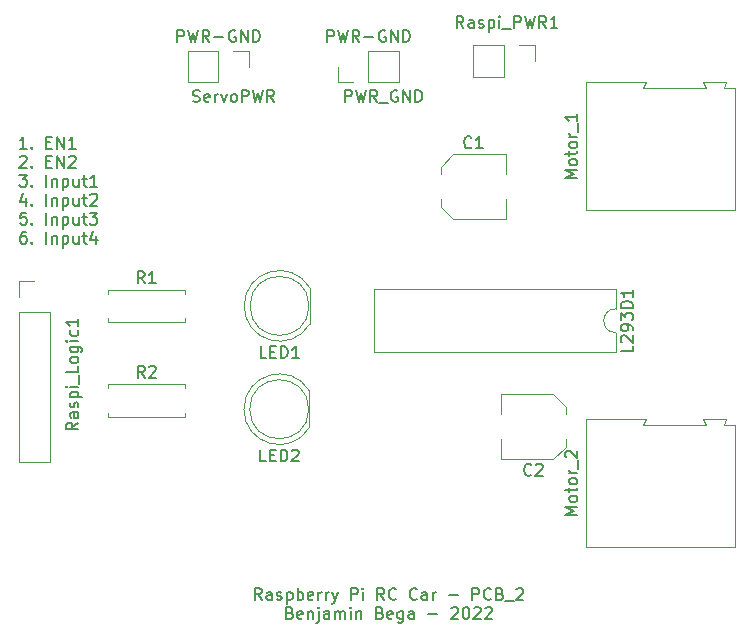
<source format=gbr>
%TF.GenerationSoftware,KiCad,Pcbnew,(6.0.4)*%
%TF.CreationDate,2022-10-15T21:28:15-07:00*%
%TF.ProjectId,RaspiCar_PCB1,52617370-6943-4617-925f-504342312e6b,rev?*%
%TF.SameCoordinates,Original*%
%TF.FileFunction,Legend,Top*%
%TF.FilePolarity,Positive*%
%FSLAX46Y46*%
G04 Gerber Fmt 4.6, Leading zero omitted, Abs format (unit mm)*
G04 Created by KiCad (PCBNEW (6.0.4)) date 2022-10-15 21:28:15*
%MOMM*%
%LPD*%
G01*
G04 APERTURE LIST*
%ADD10C,0.150000*%
%ADD11C,0.120000*%
G04 APERTURE END LIST*
D10*
X173055595Y-76652380D02*
X173055595Y-75652380D01*
X173436547Y-75652380D01*
X173531785Y-75700000D01*
X173579404Y-75747619D01*
X173627023Y-75842857D01*
X173627023Y-75985714D01*
X173579404Y-76080952D01*
X173531785Y-76128571D01*
X173436547Y-76176190D01*
X173055595Y-76176190D01*
X173960357Y-75652380D02*
X174198452Y-76652380D01*
X174388928Y-75938095D01*
X174579404Y-76652380D01*
X174817500Y-75652380D01*
X175769880Y-76652380D02*
X175436547Y-76176190D01*
X175198452Y-76652380D02*
X175198452Y-75652380D01*
X175579404Y-75652380D01*
X175674642Y-75700000D01*
X175722261Y-75747619D01*
X175769880Y-75842857D01*
X175769880Y-75985714D01*
X175722261Y-76080952D01*
X175674642Y-76128571D01*
X175579404Y-76176190D01*
X175198452Y-76176190D01*
X176198452Y-76271428D02*
X176960357Y-76271428D01*
X177960357Y-75700000D02*
X177865119Y-75652380D01*
X177722261Y-75652380D01*
X177579404Y-75700000D01*
X177484166Y-75795238D01*
X177436547Y-75890476D01*
X177388928Y-76080952D01*
X177388928Y-76223809D01*
X177436547Y-76414285D01*
X177484166Y-76509523D01*
X177579404Y-76604761D01*
X177722261Y-76652380D01*
X177817500Y-76652380D01*
X177960357Y-76604761D01*
X178007976Y-76557142D01*
X178007976Y-76223809D01*
X177817500Y-76223809D01*
X178436547Y-76652380D02*
X178436547Y-75652380D01*
X179007976Y-76652380D01*
X179007976Y-75652380D01*
X179484166Y-76652380D02*
X179484166Y-75652380D01*
X179722261Y-75652380D01*
X179865119Y-75700000D01*
X179960357Y-75795238D01*
X180007976Y-75890476D01*
X180055595Y-76080952D01*
X180055595Y-76223809D01*
X180007976Y-76414285D01*
X179960357Y-76509523D01*
X179865119Y-76604761D01*
X179722261Y-76652380D01*
X179484166Y-76652380D01*
X147609404Y-85677380D02*
X147037976Y-85677380D01*
X147323690Y-85677380D02*
X147323690Y-84677380D01*
X147228452Y-84820238D01*
X147133214Y-84915476D01*
X147037976Y-84963095D01*
X148037976Y-85582142D02*
X148085595Y-85629761D01*
X148037976Y-85677380D01*
X147990357Y-85629761D01*
X148037976Y-85582142D01*
X148037976Y-85677380D01*
X149276071Y-85153571D02*
X149609404Y-85153571D01*
X149752261Y-85677380D02*
X149276071Y-85677380D01*
X149276071Y-84677380D01*
X149752261Y-84677380D01*
X150180833Y-85677380D02*
X150180833Y-84677380D01*
X150752261Y-85677380D01*
X150752261Y-84677380D01*
X151752261Y-85677380D02*
X151180833Y-85677380D01*
X151466547Y-85677380D02*
X151466547Y-84677380D01*
X151371309Y-84820238D01*
X151276071Y-84915476D01*
X151180833Y-84963095D01*
X147037976Y-86382619D02*
X147085595Y-86335000D01*
X147180833Y-86287380D01*
X147418928Y-86287380D01*
X147514166Y-86335000D01*
X147561785Y-86382619D01*
X147609404Y-86477857D01*
X147609404Y-86573095D01*
X147561785Y-86715952D01*
X146990357Y-87287380D01*
X147609404Y-87287380D01*
X148037976Y-87192142D02*
X148085595Y-87239761D01*
X148037976Y-87287380D01*
X147990357Y-87239761D01*
X148037976Y-87192142D01*
X148037976Y-87287380D01*
X149276071Y-86763571D02*
X149609404Y-86763571D01*
X149752261Y-87287380D02*
X149276071Y-87287380D01*
X149276071Y-86287380D01*
X149752261Y-86287380D01*
X150180833Y-87287380D02*
X150180833Y-86287380D01*
X150752261Y-87287380D01*
X150752261Y-86287380D01*
X151180833Y-86382619D02*
X151228452Y-86335000D01*
X151323690Y-86287380D01*
X151561785Y-86287380D01*
X151657023Y-86335000D01*
X151704642Y-86382619D01*
X151752261Y-86477857D01*
X151752261Y-86573095D01*
X151704642Y-86715952D01*
X151133214Y-87287380D01*
X151752261Y-87287380D01*
X146990357Y-87897380D02*
X147609404Y-87897380D01*
X147276071Y-88278333D01*
X147418928Y-88278333D01*
X147514166Y-88325952D01*
X147561785Y-88373571D01*
X147609404Y-88468809D01*
X147609404Y-88706904D01*
X147561785Y-88802142D01*
X147514166Y-88849761D01*
X147418928Y-88897380D01*
X147133214Y-88897380D01*
X147037976Y-88849761D01*
X146990357Y-88802142D01*
X148037976Y-88802142D02*
X148085595Y-88849761D01*
X148037976Y-88897380D01*
X147990357Y-88849761D01*
X148037976Y-88802142D01*
X148037976Y-88897380D01*
X149276071Y-88897380D02*
X149276071Y-87897380D01*
X149752261Y-88230714D02*
X149752261Y-88897380D01*
X149752261Y-88325952D02*
X149799880Y-88278333D01*
X149895119Y-88230714D01*
X150037976Y-88230714D01*
X150133214Y-88278333D01*
X150180833Y-88373571D01*
X150180833Y-88897380D01*
X150657023Y-88230714D02*
X150657023Y-89230714D01*
X150657023Y-88278333D02*
X150752261Y-88230714D01*
X150942738Y-88230714D01*
X151037976Y-88278333D01*
X151085595Y-88325952D01*
X151133214Y-88421190D01*
X151133214Y-88706904D01*
X151085595Y-88802142D01*
X151037976Y-88849761D01*
X150942738Y-88897380D01*
X150752261Y-88897380D01*
X150657023Y-88849761D01*
X151990357Y-88230714D02*
X151990357Y-88897380D01*
X151561785Y-88230714D02*
X151561785Y-88754523D01*
X151609404Y-88849761D01*
X151704642Y-88897380D01*
X151847500Y-88897380D01*
X151942738Y-88849761D01*
X151990357Y-88802142D01*
X152323690Y-88230714D02*
X152704642Y-88230714D01*
X152466547Y-87897380D02*
X152466547Y-88754523D01*
X152514166Y-88849761D01*
X152609404Y-88897380D01*
X152704642Y-88897380D01*
X153561785Y-88897380D02*
X152990357Y-88897380D01*
X153276071Y-88897380D02*
X153276071Y-87897380D01*
X153180833Y-88040238D01*
X153085595Y-88135476D01*
X152990357Y-88183095D01*
X147514166Y-89840714D02*
X147514166Y-90507380D01*
X147276071Y-89459761D02*
X147037976Y-90174047D01*
X147657023Y-90174047D01*
X148037976Y-90412142D02*
X148085595Y-90459761D01*
X148037976Y-90507380D01*
X147990357Y-90459761D01*
X148037976Y-90412142D01*
X148037976Y-90507380D01*
X149276071Y-90507380D02*
X149276071Y-89507380D01*
X149752261Y-89840714D02*
X149752261Y-90507380D01*
X149752261Y-89935952D02*
X149799880Y-89888333D01*
X149895119Y-89840714D01*
X150037976Y-89840714D01*
X150133214Y-89888333D01*
X150180833Y-89983571D01*
X150180833Y-90507380D01*
X150657023Y-89840714D02*
X150657023Y-90840714D01*
X150657023Y-89888333D02*
X150752261Y-89840714D01*
X150942738Y-89840714D01*
X151037976Y-89888333D01*
X151085595Y-89935952D01*
X151133214Y-90031190D01*
X151133214Y-90316904D01*
X151085595Y-90412142D01*
X151037976Y-90459761D01*
X150942738Y-90507380D01*
X150752261Y-90507380D01*
X150657023Y-90459761D01*
X151990357Y-89840714D02*
X151990357Y-90507380D01*
X151561785Y-89840714D02*
X151561785Y-90364523D01*
X151609404Y-90459761D01*
X151704642Y-90507380D01*
X151847500Y-90507380D01*
X151942738Y-90459761D01*
X151990357Y-90412142D01*
X152323690Y-89840714D02*
X152704642Y-89840714D01*
X152466547Y-89507380D02*
X152466547Y-90364523D01*
X152514166Y-90459761D01*
X152609404Y-90507380D01*
X152704642Y-90507380D01*
X152990357Y-89602619D02*
X153037976Y-89555000D01*
X153133214Y-89507380D01*
X153371309Y-89507380D01*
X153466547Y-89555000D01*
X153514166Y-89602619D01*
X153561785Y-89697857D01*
X153561785Y-89793095D01*
X153514166Y-89935952D01*
X152942738Y-90507380D01*
X153561785Y-90507380D01*
X147561785Y-91117380D02*
X147085595Y-91117380D01*
X147037976Y-91593571D01*
X147085595Y-91545952D01*
X147180833Y-91498333D01*
X147418928Y-91498333D01*
X147514166Y-91545952D01*
X147561785Y-91593571D01*
X147609404Y-91688809D01*
X147609404Y-91926904D01*
X147561785Y-92022142D01*
X147514166Y-92069761D01*
X147418928Y-92117380D01*
X147180833Y-92117380D01*
X147085595Y-92069761D01*
X147037976Y-92022142D01*
X148037976Y-92022142D02*
X148085595Y-92069761D01*
X148037976Y-92117380D01*
X147990357Y-92069761D01*
X148037976Y-92022142D01*
X148037976Y-92117380D01*
X149276071Y-92117380D02*
X149276071Y-91117380D01*
X149752261Y-91450714D02*
X149752261Y-92117380D01*
X149752261Y-91545952D02*
X149799880Y-91498333D01*
X149895119Y-91450714D01*
X150037976Y-91450714D01*
X150133214Y-91498333D01*
X150180833Y-91593571D01*
X150180833Y-92117380D01*
X150657023Y-91450714D02*
X150657023Y-92450714D01*
X150657023Y-91498333D02*
X150752261Y-91450714D01*
X150942738Y-91450714D01*
X151037976Y-91498333D01*
X151085595Y-91545952D01*
X151133214Y-91641190D01*
X151133214Y-91926904D01*
X151085595Y-92022142D01*
X151037976Y-92069761D01*
X150942738Y-92117380D01*
X150752261Y-92117380D01*
X150657023Y-92069761D01*
X151990357Y-91450714D02*
X151990357Y-92117380D01*
X151561785Y-91450714D02*
X151561785Y-91974523D01*
X151609404Y-92069761D01*
X151704642Y-92117380D01*
X151847500Y-92117380D01*
X151942738Y-92069761D01*
X151990357Y-92022142D01*
X152323690Y-91450714D02*
X152704642Y-91450714D01*
X152466547Y-91117380D02*
X152466547Y-91974523D01*
X152514166Y-92069761D01*
X152609404Y-92117380D01*
X152704642Y-92117380D01*
X152942738Y-91117380D02*
X153561785Y-91117380D01*
X153228452Y-91498333D01*
X153371309Y-91498333D01*
X153466547Y-91545952D01*
X153514166Y-91593571D01*
X153561785Y-91688809D01*
X153561785Y-91926904D01*
X153514166Y-92022142D01*
X153466547Y-92069761D01*
X153371309Y-92117380D01*
X153085595Y-92117380D01*
X152990357Y-92069761D01*
X152942738Y-92022142D01*
X147514166Y-92727380D02*
X147323690Y-92727380D01*
X147228452Y-92775000D01*
X147180833Y-92822619D01*
X147085595Y-92965476D01*
X147037976Y-93155952D01*
X147037976Y-93536904D01*
X147085595Y-93632142D01*
X147133214Y-93679761D01*
X147228452Y-93727380D01*
X147418928Y-93727380D01*
X147514166Y-93679761D01*
X147561785Y-93632142D01*
X147609404Y-93536904D01*
X147609404Y-93298809D01*
X147561785Y-93203571D01*
X147514166Y-93155952D01*
X147418928Y-93108333D01*
X147228452Y-93108333D01*
X147133214Y-93155952D01*
X147085595Y-93203571D01*
X147037976Y-93298809D01*
X148037976Y-93632142D02*
X148085595Y-93679761D01*
X148037976Y-93727380D01*
X147990357Y-93679761D01*
X148037976Y-93632142D01*
X148037976Y-93727380D01*
X149276071Y-93727380D02*
X149276071Y-92727380D01*
X149752261Y-93060714D02*
X149752261Y-93727380D01*
X149752261Y-93155952D02*
X149799880Y-93108333D01*
X149895119Y-93060714D01*
X150037976Y-93060714D01*
X150133214Y-93108333D01*
X150180833Y-93203571D01*
X150180833Y-93727380D01*
X150657023Y-93060714D02*
X150657023Y-94060714D01*
X150657023Y-93108333D02*
X150752261Y-93060714D01*
X150942738Y-93060714D01*
X151037976Y-93108333D01*
X151085595Y-93155952D01*
X151133214Y-93251190D01*
X151133214Y-93536904D01*
X151085595Y-93632142D01*
X151037976Y-93679761D01*
X150942738Y-93727380D01*
X150752261Y-93727380D01*
X150657023Y-93679761D01*
X151990357Y-93060714D02*
X151990357Y-93727380D01*
X151561785Y-93060714D02*
X151561785Y-93584523D01*
X151609404Y-93679761D01*
X151704642Y-93727380D01*
X151847500Y-93727380D01*
X151942738Y-93679761D01*
X151990357Y-93632142D01*
X152323690Y-93060714D02*
X152704642Y-93060714D01*
X152466547Y-92727380D02*
X152466547Y-93584523D01*
X152514166Y-93679761D01*
X152609404Y-93727380D01*
X152704642Y-93727380D01*
X153466547Y-93060714D02*
X153466547Y-93727380D01*
X153228452Y-92679761D02*
X152990357Y-93394047D01*
X153609404Y-93394047D01*
X160355595Y-76652380D02*
X160355595Y-75652380D01*
X160736547Y-75652380D01*
X160831785Y-75700000D01*
X160879404Y-75747619D01*
X160927023Y-75842857D01*
X160927023Y-75985714D01*
X160879404Y-76080952D01*
X160831785Y-76128571D01*
X160736547Y-76176190D01*
X160355595Y-76176190D01*
X161260357Y-75652380D02*
X161498452Y-76652380D01*
X161688928Y-75938095D01*
X161879404Y-76652380D01*
X162117500Y-75652380D01*
X163069880Y-76652380D02*
X162736547Y-76176190D01*
X162498452Y-76652380D02*
X162498452Y-75652380D01*
X162879404Y-75652380D01*
X162974642Y-75700000D01*
X163022261Y-75747619D01*
X163069880Y-75842857D01*
X163069880Y-75985714D01*
X163022261Y-76080952D01*
X162974642Y-76128571D01*
X162879404Y-76176190D01*
X162498452Y-76176190D01*
X163498452Y-76271428D02*
X164260357Y-76271428D01*
X165260357Y-75700000D02*
X165165119Y-75652380D01*
X165022261Y-75652380D01*
X164879404Y-75700000D01*
X164784166Y-75795238D01*
X164736547Y-75890476D01*
X164688928Y-76080952D01*
X164688928Y-76223809D01*
X164736547Y-76414285D01*
X164784166Y-76509523D01*
X164879404Y-76604761D01*
X165022261Y-76652380D01*
X165117500Y-76652380D01*
X165260357Y-76604761D01*
X165307976Y-76557142D01*
X165307976Y-76223809D01*
X165117500Y-76223809D01*
X165736547Y-76652380D02*
X165736547Y-75652380D01*
X166307976Y-76652380D01*
X166307976Y-75652380D01*
X166784166Y-76652380D02*
X166784166Y-75652380D01*
X167022261Y-75652380D01*
X167165119Y-75700000D01*
X167260357Y-75795238D01*
X167307976Y-75890476D01*
X167355595Y-76080952D01*
X167355595Y-76223809D01*
X167307976Y-76414285D01*
X167260357Y-76509523D01*
X167165119Y-76604761D01*
X167022261Y-76652380D01*
X166784166Y-76652380D01*
X167488095Y-123897380D02*
X167154761Y-123421190D01*
X166916666Y-123897380D02*
X166916666Y-122897380D01*
X167297619Y-122897380D01*
X167392857Y-122945000D01*
X167440476Y-122992619D01*
X167488095Y-123087857D01*
X167488095Y-123230714D01*
X167440476Y-123325952D01*
X167392857Y-123373571D01*
X167297619Y-123421190D01*
X166916666Y-123421190D01*
X168345238Y-123897380D02*
X168345238Y-123373571D01*
X168297619Y-123278333D01*
X168202380Y-123230714D01*
X168011904Y-123230714D01*
X167916666Y-123278333D01*
X168345238Y-123849761D02*
X168250000Y-123897380D01*
X168011904Y-123897380D01*
X167916666Y-123849761D01*
X167869047Y-123754523D01*
X167869047Y-123659285D01*
X167916666Y-123564047D01*
X168011904Y-123516428D01*
X168250000Y-123516428D01*
X168345238Y-123468809D01*
X168773809Y-123849761D02*
X168869047Y-123897380D01*
X169059523Y-123897380D01*
X169154761Y-123849761D01*
X169202380Y-123754523D01*
X169202380Y-123706904D01*
X169154761Y-123611666D01*
X169059523Y-123564047D01*
X168916666Y-123564047D01*
X168821428Y-123516428D01*
X168773809Y-123421190D01*
X168773809Y-123373571D01*
X168821428Y-123278333D01*
X168916666Y-123230714D01*
X169059523Y-123230714D01*
X169154761Y-123278333D01*
X169630952Y-123230714D02*
X169630952Y-124230714D01*
X169630952Y-123278333D02*
X169726190Y-123230714D01*
X169916666Y-123230714D01*
X170011904Y-123278333D01*
X170059523Y-123325952D01*
X170107142Y-123421190D01*
X170107142Y-123706904D01*
X170059523Y-123802142D01*
X170011904Y-123849761D01*
X169916666Y-123897380D01*
X169726190Y-123897380D01*
X169630952Y-123849761D01*
X170535714Y-123897380D02*
X170535714Y-122897380D01*
X170535714Y-123278333D02*
X170630952Y-123230714D01*
X170821428Y-123230714D01*
X170916666Y-123278333D01*
X170964285Y-123325952D01*
X171011904Y-123421190D01*
X171011904Y-123706904D01*
X170964285Y-123802142D01*
X170916666Y-123849761D01*
X170821428Y-123897380D01*
X170630952Y-123897380D01*
X170535714Y-123849761D01*
X171821428Y-123849761D02*
X171726190Y-123897380D01*
X171535714Y-123897380D01*
X171440476Y-123849761D01*
X171392857Y-123754523D01*
X171392857Y-123373571D01*
X171440476Y-123278333D01*
X171535714Y-123230714D01*
X171726190Y-123230714D01*
X171821428Y-123278333D01*
X171869047Y-123373571D01*
X171869047Y-123468809D01*
X171392857Y-123564047D01*
X172297619Y-123897380D02*
X172297619Y-123230714D01*
X172297619Y-123421190D02*
X172345238Y-123325952D01*
X172392857Y-123278333D01*
X172488095Y-123230714D01*
X172583333Y-123230714D01*
X172916666Y-123897380D02*
X172916666Y-123230714D01*
X172916666Y-123421190D02*
X172964285Y-123325952D01*
X173011904Y-123278333D01*
X173107142Y-123230714D01*
X173202380Y-123230714D01*
X173440476Y-123230714D02*
X173678571Y-123897380D01*
X173916666Y-123230714D02*
X173678571Y-123897380D01*
X173583333Y-124135476D01*
X173535714Y-124183095D01*
X173440476Y-124230714D01*
X175059523Y-123897380D02*
X175059523Y-122897380D01*
X175440476Y-122897380D01*
X175535714Y-122945000D01*
X175583333Y-122992619D01*
X175630952Y-123087857D01*
X175630952Y-123230714D01*
X175583333Y-123325952D01*
X175535714Y-123373571D01*
X175440476Y-123421190D01*
X175059523Y-123421190D01*
X176059523Y-123897380D02*
X176059523Y-123230714D01*
X176059523Y-122897380D02*
X176011904Y-122945000D01*
X176059523Y-122992619D01*
X176107142Y-122945000D01*
X176059523Y-122897380D01*
X176059523Y-122992619D01*
X177869047Y-123897380D02*
X177535714Y-123421190D01*
X177297619Y-123897380D02*
X177297619Y-122897380D01*
X177678571Y-122897380D01*
X177773809Y-122945000D01*
X177821428Y-122992619D01*
X177869047Y-123087857D01*
X177869047Y-123230714D01*
X177821428Y-123325952D01*
X177773809Y-123373571D01*
X177678571Y-123421190D01*
X177297619Y-123421190D01*
X178869047Y-123802142D02*
X178821428Y-123849761D01*
X178678571Y-123897380D01*
X178583333Y-123897380D01*
X178440476Y-123849761D01*
X178345238Y-123754523D01*
X178297619Y-123659285D01*
X178250000Y-123468809D01*
X178250000Y-123325952D01*
X178297619Y-123135476D01*
X178345238Y-123040238D01*
X178440476Y-122945000D01*
X178583333Y-122897380D01*
X178678571Y-122897380D01*
X178821428Y-122945000D01*
X178869047Y-122992619D01*
X180630952Y-123802142D02*
X180583333Y-123849761D01*
X180440476Y-123897380D01*
X180345238Y-123897380D01*
X180202380Y-123849761D01*
X180107142Y-123754523D01*
X180059523Y-123659285D01*
X180011904Y-123468809D01*
X180011904Y-123325952D01*
X180059523Y-123135476D01*
X180107142Y-123040238D01*
X180202380Y-122945000D01*
X180345238Y-122897380D01*
X180440476Y-122897380D01*
X180583333Y-122945000D01*
X180630952Y-122992619D01*
X181488095Y-123897380D02*
X181488095Y-123373571D01*
X181440476Y-123278333D01*
X181345238Y-123230714D01*
X181154761Y-123230714D01*
X181059523Y-123278333D01*
X181488095Y-123849761D02*
X181392857Y-123897380D01*
X181154761Y-123897380D01*
X181059523Y-123849761D01*
X181011904Y-123754523D01*
X181011904Y-123659285D01*
X181059523Y-123564047D01*
X181154761Y-123516428D01*
X181392857Y-123516428D01*
X181488095Y-123468809D01*
X181964285Y-123897380D02*
X181964285Y-123230714D01*
X181964285Y-123421190D02*
X182011904Y-123325952D01*
X182059523Y-123278333D01*
X182154761Y-123230714D01*
X182250000Y-123230714D01*
X183345238Y-123516428D02*
X184107142Y-123516428D01*
X185345238Y-123897380D02*
X185345238Y-122897380D01*
X185726190Y-122897380D01*
X185821428Y-122945000D01*
X185869047Y-122992619D01*
X185916666Y-123087857D01*
X185916666Y-123230714D01*
X185869047Y-123325952D01*
X185821428Y-123373571D01*
X185726190Y-123421190D01*
X185345238Y-123421190D01*
X186916666Y-123802142D02*
X186869047Y-123849761D01*
X186726190Y-123897380D01*
X186630952Y-123897380D01*
X186488095Y-123849761D01*
X186392857Y-123754523D01*
X186345238Y-123659285D01*
X186297619Y-123468809D01*
X186297619Y-123325952D01*
X186345238Y-123135476D01*
X186392857Y-123040238D01*
X186488095Y-122945000D01*
X186630952Y-122897380D01*
X186726190Y-122897380D01*
X186869047Y-122945000D01*
X186916666Y-122992619D01*
X187678571Y-123373571D02*
X187821428Y-123421190D01*
X187869047Y-123468809D01*
X187916666Y-123564047D01*
X187916666Y-123706904D01*
X187869047Y-123802142D01*
X187821428Y-123849761D01*
X187726190Y-123897380D01*
X187345238Y-123897380D01*
X187345238Y-122897380D01*
X187678571Y-122897380D01*
X187773809Y-122945000D01*
X187821428Y-122992619D01*
X187869047Y-123087857D01*
X187869047Y-123183095D01*
X187821428Y-123278333D01*
X187773809Y-123325952D01*
X187678571Y-123373571D01*
X187345238Y-123373571D01*
X188107142Y-123992619D02*
X188869047Y-123992619D01*
X189059523Y-122992619D02*
X189107142Y-122945000D01*
X189202380Y-122897380D01*
X189440476Y-122897380D01*
X189535714Y-122945000D01*
X189583333Y-122992619D01*
X189630952Y-123087857D01*
X189630952Y-123183095D01*
X189583333Y-123325952D01*
X189011904Y-123897380D01*
X189630952Y-123897380D01*
X169892857Y-124983571D02*
X170035714Y-125031190D01*
X170083333Y-125078809D01*
X170130952Y-125174047D01*
X170130952Y-125316904D01*
X170083333Y-125412142D01*
X170035714Y-125459761D01*
X169940476Y-125507380D01*
X169559523Y-125507380D01*
X169559523Y-124507380D01*
X169892857Y-124507380D01*
X169988095Y-124555000D01*
X170035714Y-124602619D01*
X170083333Y-124697857D01*
X170083333Y-124793095D01*
X170035714Y-124888333D01*
X169988095Y-124935952D01*
X169892857Y-124983571D01*
X169559523Y-124983571D01*
X170940476Y-125459761D02*
X170845238Y-125507380D01*
X170654761Y-125507380D01*
X170559523Y-125459761D01*
X170511904Y-125364523D01*
X170511904Y-124983571D01*
X170559523Y-124888333D01*
X170654761Y-124840714D01*
X170845238Y-124840714D01*
X170940476Y-124888333D01*
X170988095Y-124983571D01*
X170988095Y-125078809D01*
X170511904Y-125174047D01*
X171416666Y-124840714D02*
X171416666Y-125507380D01*
X171416666Y-124935952D02*
X171464285Y-124888333D01*
X171559523Y-124840714D01*
X171702380Y-124840714D01*
X171797619Y-124888333D01*
X171845238Y-124983571D01*
X171845238Y-125507380D01*
X172321428Y-124840714D02*
X172321428Y-125697857D01*
X172273809Y-125793095D01*
X172178571Y-125840714D01*
X172130952Y-125840714D01*
X172321428Y-124507380D02*
X172273809Y-124555000D01*
X172321428Y-124602619D01*
X172369047Y-124555000D01*
X172321428Y-124507380D01*
X172321428Y-124602619D01*
X173226190Y-125507380D02*
X173226190Y-124983571D01*
X173178571Y-124888333D01*
X173083333Y-124840714D01*
X172892857Y-124840714D01*
X172797619Y-124888333D01*
X173226190Y-125459761D02*
X173130952Y-125507380D01*
X172892857Y-125507380D01*
X172797619Y-125459761D01*
X172750000Y-125364523D01*
X172750000Y-125269285D01*
X172797619Y-125174047D01*
X172892857Y-125126428D01*
X173130952Y-125126428D01*
X173226190Y-125078809D01*
X173702380Y-125507380D02*
X173702380Y-124840714D01*
X173702380Y-124935952D02*
X173750000Y-124888333D01*
X173845238Y-124840714D01*
X173988095Y-124840714D01*
X174083333Y-124888333D01*
X174130952Y-124983571D01*
X174130952Y-125507380D01*
X174130952Y-124983571D02*
X174178571Y-124888333D01*
X174273809Y-124840714D01*
X174416666Y-124840714D01*
X174511904Y-124888333D01*
X174559523Y-124983571D01*
X174559523Y-125507380D01*
X175035714Y-125507380D02*
X175035714Y-124840714D01*
X175035714Y-124507380D02*
X174988095Y-124555000D01*
X175035714Y-124602619D01*
X175083333Y-124555000D01*
X175035714Y-124507380D01*
X175035714Y-124602619D01*
X175511904Y-124840714D02*
X175511904Y-125507380D01*
X175511904Y-124935952D02*
X175559523Y-124888333D01*
X175654761Y-124840714D01*
X175797619Y-124840714D01*
X175892857Y-124888333D01*
X175940476Y-124983571D01*
X175940476Y-125507380D01*
X177511904Y-124983571D02*
X177654761Y-125031190D01*
X177702380Y-125078809D01*
X177750000Y-125174047D01*
X177750000Y-125316904D01*
X177702380Y-125412142D01*
X177654761Y-125459761D01*
X177559523Y-125507380D01*
X177178571Y-125507380D01*
X177178571Y-124507380D01*
X177511904Y-124507380D01*
X177607142Y-124555000D01*
X177654761Y-124602619D01*
X177702380Y-124697857D01*
X177702380Y-124793095D01*
X177654761Y-124888333D01*
X177607142Y-124935952D01*
X177511904Y-124983571D01*
X177178571Y-124983571D01*
X178559523Y-125459761D02*
X178464285Y-125507380D01*
X178273809Y-125507380D01*
X178178571Y-125459761D01*
X178130952Y-125364523D01*
X178130952Y-124983571D01*
X178178571Y-124888333D01*
X178273809Y-124840714D01*
X178464285Y-124840714D01*
X178559523Y-124888333D01*
X178607142Y-124983571D01*
X178607142Y-125078809D01*
X178130952Y-125174047D01*
X179464285Y-124840714D02*
X179464285Y-125650238D01*
X179416666Y-125745476D01*
X179369047Y-125793095D01*
X179273809Y-125840714D01*
X179130952Y-125840714D01*
X179035714Y-125793095D01*
X179464285Y-125459761D02*
X179369047Y-125507380D01*
X179178571Y-125507380D01*
X179083333Y-125459761D01*
X179035714Y-125412142D01*
X178988095Y-125316904D01*
X178988095Y-125031190D01*
X179035714Y-124935952D01*
X179083333Y-124888333D01*
X179178571Y-124840714D01*
X179369047Y-124840714D01*
X179464285Y-124888333D01*
X180369047Y-125507380D02*
X180369047Y-124983571D01*
X180321428Y-124888333D01*
X180226190Y-124840714D01*
X180035714Y-124840714D01*
X179940476Y-124888333D01*
X180369047Y-125459761D02*
X180273809Y-125507380D01*
X180035714Y-125507380D01*
X179940476Y-125459761D01*
X179892857Y-125364523D01*
X179892857Y-125269285D01*
X179940476Y-125174047D01*
X180035714Y-125126428D01*
X180273809Y-125126428D01*
X180369047Y-125078809D01*
X181607142Y-125126428D02*
X182369047Y-125126428D01*
X183559523Y-124602619D02*
X183607142Y-124555000D01*
X183702380Y-124507380D01*
X183940476Y-124507380D01*
X184035714Y-124555000D01*
X184083333Y-124602619D01*
X184130952Y-124697857D01*
X184130952Y-124793095D01*
X184083333Y-124935952D01*
X183511904Y-125507380D01*
X184130952Y-125507380D01*
X184750000Y-124507380D02*
X184845238Y-124507380D01*
X184940476Y-124555000D01*
X184988095Y-124602619D01*
X185035714Y-124697857D01*
X185083333Y-124888333D01*
X185083333Y-125126428D01*
X185035714Y-125316904D01*
X184988095Y-125412142D01*
X184940476Y-125459761D01*
X184845238Y-125507380D01*
X184750000Y-125507380D01*
X184654761Y-125459761D01*
X184607142Y-125412142D01*
X184559523Y-125316904D01*
X184511904Y-125126428D01*
X184511904Y-124888333D01*
X184559523Y-124697857D01*
X184607142Y-124602619D01*
X184654761Y-124555000D01*
X184750000Y-124507380D01*
X185464285Y-124602619D02*
X185511904Y-124555000D01*
X185607142Y-124507380D01*
X185845238Y-124507380D01*
X185940476Y-124555000D01*
X185988095Y-124602619D01*
X186035714Y-124697857D01*
X186035714Y-124793095D01*
X185988095Y-124935952D01*
X185416666Y-125507380D01*
X186035714Y-125507380D01*
X186416666Y-124602619D02*
X186464285Y-124555000D01*
X186559523Y-124507380D01*
X186797619Y-124507380D01*
X186892857Y-124555000D01*
X186940476Y-124602619D01*
X186988095Y-124697857D01*
X186988095Y-124793095D01*
X186940476Y-124935952D01*
X186369047Y-125507380D01*
X186988095Y-125507380D01*
%TO.C,PWR_GND*%
X174561904Y-81732380D02*
X174561904Y-80732380D01*
X174942857Y-80732380D01*
X175038095Y-80780000D01*
X175085714Y-80827619D01*
X175133333Y-80922857D01*
X175133333Y-81065714D01*
X175085714Y-81160952D01*
X175038095Y-81208571D01*
X174942857Y-81256190D01*
X174561904Y-81256190D01*
X175466666Y-80732380D02*
X175704761Y-81732380D01*
X175895238Y-81018095D01*
X176085714Y-81732380D01*
X176323809Y-80732380D01*
X177276190Y-81732380D02*
X176942857Y-81256190D01*
X176704761Y-81732380D02*
X176704761Y-80732380D01*
X177085714Y-80732380D01*
X177180952Y-80780000D01*
X177228571Y-80827619D01*
X177276190Y-80922857D01*
X177276190Y-81065714D01*
X177228571Y-81160952D01*
X177180952Y-81208571D01*
X177085714Y-81256190D01*
X176704761Y-81256190D01*
X177466666Y-81827619D02*
X178228571Y-81827619D01*
X178990476Y-80780000D02*
X178895238Y-80732380D01*
X178752380Y-80732380D01*
X178609523Y-80780000D01*
X178514285Y-80875238D01*
X178466666Y-80970476D01*
X178419047Y-81160952D01*
X178419047Y-81303809D01*
X178466666Y-81494285D01*
X178514285Y-81589523D01*
X178609523Y-81684761D01*
X178752380Y-81732380D01*
X178847619Y-81732380D01*
X178990476Y-81684761D01*
X179038095Y-81637142D01*
X179038095Y-81303809D01*
X178847619Y-81303809D01*
X179466666Y-81732380D02*
X179466666Y-80732380D01*
X180038095Y-81732380D01*
X180038095Y-80732380D01*
X180514285Y-81732380D02*
X180514285Y-80732380D01*
X180752380Y-80732380D01*
X180895238Y-80780000D01*
X180990476Y-80875238D01*
X181038095Y-80970476D01*
X181085714Y-81160952D01*
X181085714Y-81303809D01*
X181038095Y-81494285D01*
X180990476Y-81589523D01*
X180895238Y-81684761D01*
X180752380Y-81732380D01*
X180514285Y-81732380D01*
%TO.C,C1*%
X185253333Y-85557142D02*
X185205714Y-85604761D01*
X185062857Y-85652380D01*
X184967619Y-85652380D01*
X184824761Y-85604761D01*
X184729523Y-85509523D01*
X184681904Y-85414285D01*
X184634285Y-85223809D01*
X184634285Y-85080952D01*
X184681904Y-84890476D01*
X184729523Y-84795238D01*
X184824761Y-84700000D01*
X184967619Y-84652380D01*
X185062857Y-84652380D01*
X185205714Y-84700000D01*
X185253333Y-84747619D01*
X186205714Y-85652380D02*
X185634285Y-85652380D01*
X185920000Y-85652380D02*
X185920000Y-84652380D01*
X185824761Y-84795238D01*
X185729523Y-84890476D01*
X185634285Y-84938095D01*
%TO.C,LED1*%
X167885952Y-103412380D02*
X167409761Y-103412380D01*
X167409761Y-102412380D01*
X168219285Y-102888571D02*
X168552619Y-102888571D01*
X168695476Y-103412380D02*
X168219285Y-103412380D01*
X168219285Y-102412380D01*
X168695476Y-102412380D01*
X169124047Y-103412380D02*
X169124047Y-102412380D01*
X169362142Y-102412380D01*
X169505000Y-102460000D01*
X169600238Y-102555238D01*
X169647857Y-102650476D01*
X169695476Y-102840952D01*
X169695476Y-102983809D01*
X169647857Y-103174285D01*
X169600238Y-103269523D01*
X169505000Y-103364761D01*
X169362142Y-103412380D01*
X169124047Y-103412380D01*
X170647857Y-103412380D02*
X170076428Y-103412380D01*
X170362142Y-103412380D02*
X170362142Y-102412380D01*
X170266904Y-102555238D01*
X170171666Y-102650476D01*
X170076428Y-102698095D01*
%TO.C,ServoPWR*%
X161671428Y-81684761D02*
X161814285Y-81732380D01*
X162052380Y-81732380D01*
X162147619Y-81684761D01*
X162195238Y-81637142D01*
X162242857Y-81541904D01*
X162242857Y-81446666D01*
X162195238Y-81351428D01*
X162147619Y-81303809D01*
X162052380Y-81256190D01*
X161861904Y-81208571D01*
X161766666Y-81160952D01*
X161719047Y-81113333D01*
X161671428Y-81018095D01*
X161671428Y-80922857D01*
X161719047Y-80827619D01*
X161766666Y-80780000D01*
X161861904Y-80732380D01*
X162100000Y-80732380D01*
X162242857Y-80780000D01*
X163052380Y-81684761D02*
X162957142Y-81732380D01*
X162766666Y-81732380D01*
X162671428Y-81684761D01*
X162623809Y-81589523D01*
X162623809Y-81208571D01*
X162671428Y-81113333D01*
X162766666Y-81065714D01*
X162957142Y-81065714D01*
X163052380Y-81113333D01*
X163100000Y-81208571D01*
X163100000Y-81303809D01*
X162623809Y-81399047D01*
X163528571Y-81732380D02*
X163528571Y-81065714D01*
X163528571Y-81256190D02*
X163576190Y-81160952D01*
X163623809Y-81113333D01*
X163719047Y-81065714D01*
X163814285Y-81065714D01*
X164052380Y-81065714D02*
X164290476Y-81732380D01*
X164528571Y-81065714D01*
X165052380Y-81732380D02*
X164957142Y-81684761D01*
X164909523Y-81637142D01*
X164861904Y-81541904D01*
X164861904Y-81256190D01*
X164909523Y-81160952D01*
X164957142Y-81113333D01*
X165052380Y-81065714D01*
X165195238Y-81065714D01*
X165290476Y-81113333D01*
X165338095Y-81160952D01*
X165385714Y-81256190D01*
X165385714Y-81541904D01*
X165338095Y-81637142D01*
X165290476Y-81684761D01*
X165195238Y-81732380D01*
X165052380Y-81732380D01*
X165814285Y-81732380D02*
X165814285Y-80732380D01*
X166195238Y-80732380D01*
X166290476Y-80780000D01*
X166338095Y-80827619D01*
X166385714Y-80922857D01*
X166385714Y-81065714D01*
X166338095Y-81160952D01*
X166290476Y-81208571D01*
X166195238Y-81256190D01*
X165814285Y-81256190D01*
X166719047Y-80732380D02*
X166957142Y-81732380D01*
X167147619Y-81018095D01*
X167338095Y-81732380D01*
X167576190Y-80732380D01*
X168528571Y-81732380D02*
X168195238Y-81256190D01*
X167957142Y-81732380D02*
X167957142Y-80732380D01*
X168338095Y-80732380D01*
X168433333Y-80780000D01*
X168480952Y-80827619D01*
X168528571Y-80922857D01*
X168528571Y-81065714D01*
X168480952Y-81160952D01*
X168433333Y-81208571D01*
X168338095Y-81256190D01*
X167957142Y-81256190D01*
%TO.C,R1*%
X157583333Y-97082380D02*
X157250000Y-96606190D01*
X157011904Y-97082380D02*
X157011904Y-96082380D01*
X157392857Y-96082380D01*
X157488095Y-96130000D01*
X157535714Y-96177619D01*
X157583333Y-96272857D01*
X157583333Y-96415714D01*
X157535714Y-96510952D01*
X157488095Y-96558571D01*
X157392857Y-96606190D01*
X157011904Y-96606190D01*
X158535714Y-97082380D02*
X157964285Y-97082380D01*
X158250000Y-97082380D02*
X158250000Y-96082380D01*
X158154761Y-96225238D01*
X158059523Y-96320476D01*
X157964285Y-96368095D01*
%TO.C,C2*%
X190333333Y-113277142D02*
X190285714Y-113324761D01*
X190142857Y-113372380D01*
X190047619Y-113372380D01*
X189904761Y-113324761D01*
X189809523Y-113229523D01*
X189761904Y-113134285D01*
X189714285Y-112943809D01*
X189714285Y-112800952D01*
X189761904Y-112610476D01*
X189809523Y-112515238D01*
X189904761Y-112420000D01*
X190047619Y-112372380D01*
X190142857Y-112372380D01*
X190285714Y-112420000D01*
X190333333Y-112467619D01*
X190714285Y-112467619D02*
X190761904Y-112420000D01*
X190857142Y-112372380D01*
X191095238Y-112372380D01*
X191190476Y-112420000D01*
X191238095Y-112467619D01*
X191285714Y-112562857D01*
X191285714Y-112658095D01*
X191238095Y-112800952D01*
X190666666Y-113372380D01*
X191285714Y-113372380D01*
%TO.C,Raspi_Logic1*%
X151952380Y-108881428D02*
X151476190Y-109214761D01*
X151952380Y-109452857D02*
X150952380Y-109452857D01*
X150952380Y-109071904D01*
X151000000Y-108976666D01*
X151047619Y-108929047D01*
X151142857Y-108881428D01*
X151285714Y-108881428D01*
X151380952Y-108929047D01*
X151428571Y-108976666D01*
X151476190Y-109071904D01*
X151476190Y-109452857D01*
X151952380Y-108024285D02*
X151428571Y-108024285D01*
X151333333Y-108071904D01*
X151285714Y-108167142D01*
X151285714Y-108357619D01*
X151333333Y-108452857D01*
X151904761Y-108024285D02*
X151952380Y-108119523D01*
X151952380Y-108357619D01*
X151904761Y-108452857D01*
X151809523Y-108500476D01*
X151714285Y-108500476D01*
X151619047Y-108452857D01*
X151571428Y-108357619D01*
X151571428Y-108119523D01*
X151523809Y-108024285D01*
X151904761Y-107595714D02*
X151952380Y-107500476D01*
X151952380Y-107310000D01*
X151904761Y-107214761D01*
X151809523Y-107167142D01*
X151761904Y-107167142D01*
X151666666Y-107214761D01*
X151619047Y-107310000D01*
X151619047Y-107452857D01*
X151571428Y-107548095D01*
X151476190Y-107595714D01*
X151428571Y-107595714D01*
X151333333Y-107548095D01*
X151285714Y-107452857D01*
X151285714Y-107310000D01*
X151333333Y-107214761D01*
X151285714Y-106738571D02*
X152285714Y-106738571D01*
X151333333Y-106738571D02*
X151285714Y-106643333D01*
X151285714Y-106452857D01*
X151333333Y-106357619D01*
X151380952Y-106310000D01*
X151476190Y-106262380D01*
X151761904Y-106262380D01*
X151857142Y-106310000D01*
X151904761Y-106357619D01*
X151952380Y-106452857D01*
X151952380Y-106643333D01*
X151904761Y-106738571D01*
X151952380Y-105833809D02*
X151285714Y-105833809D01*
X150952380Y-105833809D02*
X151000000Y-105881428D01*
X151047619Y-105833809D01*
X151000000Y-105786190D01*
X150952380Y-105833809D01*
X151047619Y-105833809D01*
X152047619Y-105595714D02*
X152047619Y-104833809D01*
X151952380Y-104119523D02*
X151952380Y-104595714D01*
X150952380Y-104595714D01*
X151952380Y-103643333D02*
X151904761Y-103738571D01*
X151857142Y-103786190D01*
X151761904Y-103833809D01*
X151476190Y-103833809D01*
X151380952Y-103786190D01*
X151333333Y-103738571D01*
X151285714Y-103643333D01*
X151285714Y-103500476D01*
X151333333Y-103405238D01*
X151380952Y-103357619D01*
X151476190Y-103310000D01*
X151761904Y-103310000D01*
X151857142Y-103357619D01*
X151904761Y-103405238D01*
X151952380Y-103500476D01*
X151952380Y-103643333D01*
X151285714Y-102452857D02*
X152095238Y-102452857D01*
X152190476Y-102500476D01*
X152238095Y-102548095D01*
X152285714Y-102643333D01*
X152285714Y-102786190D01*
X152238095Y-102881428D01*
X151904761Y-102452857D02*
X151952380Y-102548095D01*
X151952380Y-102738571D01*
X151904761Y-102833809D01*
X151857142Y-102881428D01*
X151761904Y-102929047D01*
X151476190Y-102929047D01*
X151380952Y-102881428D01*
X151333333Y-102833809D01*
X151285714Y-102738571D01*
X151285714Y-102548095D01*
X151333333Y-102452857D01*
X151952380Y-101976666D02*
X151285714Y-101976666D01*
X150952380Y-101976666D02*
X151000000Y-102024285D01*
X151047619Y-101976666D01*
X151000000Y-101929047D01*
X150952380Y-101976666D01*
X151047619Y-101976666D01*
X151904761Y-101071904D02*
X151952380Y-101167142D01*
X151952380Y-101357619D01*
X151904761Y-101452857D01*
X151857142Y-101500476D01*
X151761904Y-101548095D01*
X151476190Y-101548095D01*
X151380952Y-101500476D01*
X151333333Y-101452857D01*
X151285714Y-101357619D01*
X151285714Y-101167142D01*
X151333333Y-101071904D01*
X151952380Y-100119523D02*
X151952380Y-100690952D01*
X151952380Y-100405238D02*
X150952380Y-100405238D01*
X151095238Y-100500476D01*
X151190476Y-100595714D01*
X151238095Y-100690952D01*
%TO.C,Motor_1*%
X194202380Y-88190476D02*
X193202380Y-88190476D01*
X193916666Y-87857142D01*
X193202380Y-87523809D01*
X194202380Y-87523809D01*
X194202380Y-86904761D02*
X194154761Y-87000000D01*
X194107142Y-87047619D01*
X194011904Y-87095238D01*
X193726190Y-87095238D01*
X193630952Y-87047619D01*
X193583333Y-87000000D01*
X193535714Y-86904761D01*
X193535714Y-86761904D01*
X193583333Y-86666666D01*
X193630952Y-86619047D01*
X193726190Y-86571428D01*
X194011904Y-86571428D01*
X194107142Y-86619047D01*
X194154761Y-86666666D01*
X194202380Y-86761904D01*
X194202380Y-86904761D01*
X193535714Y-86285714D02*
X193535714Y-85904761D01*
X193202380Y-86142857D02*
X194059523Y-86142857D01*
X194154761Y-86095238D01*
X194202380Y-86000000D01*
X194202380Y-85904761D01*
X194202380Y-85428571D02*
X194154761Y-85523809D01*
X194107142Y-85571428D01*
X194011904Y-85619047D01*
X193726190Y-85619047D01*
X193630952Y-85571428D01*
X193583333Y-85523809D01*
X193535714Y-85428571D01*
X193535714Y-85285714D01*
X193583333Y-85190476D01*
X193630952Y-85142857D01*
X193726190Y-85095238D01*
X194011904Y-85095238D01*
X194107142Y-85142857D01*
X194154761Y-85190476D01*
X194202380Y-85285714D01*
X194202380Y-85428571D01*
X194202380Y-84666666D02*
X193535714Y-84666666D01*
X193726190Y-84666666D02*
X193630952Y-84619047D01*
X193583333Y-84571428D01*
X193535714Y-84476190D01*
X193535714Y-84380952D01*
X194297619Y-84285714D02*
X194297619Y-83523809D01*
X194202380Y-82761904D02*
X194202380Y-83333333D01*
X194202380Y-83047619D02*
X193202380Y-83047619D01*
X193345238Y-83142857D01*
X193440476Y-83238095D01*
X193488095Y-83333333D01*
%TO.C,R2*%
X157583333Y-105082380D02*
X157250000Y-104606190D01*
X157011904Y-105082380D02*
X157011904Y-104082380D01*
X157392857Y-104082380D01*
X157488095Y-104130000D01*
X157535714Y-104177619D01*
X157583333Y-104272857D01*
X157583333Y-104415714D01*
X157535714Y-104510952D01*
X157488095Y-104558571D01*
X157392857Y-104606190D01*
X157011904Y-104606190D01*
X157964285Y-104177619D02*
X158011904Y-104130000D01*
X158107142Y-104082380D01*
X158345238Y-104082380D01*
X158440476Y-104130000D01*
X158488095Y-104177619D01*
X158535714Y-104272857D01*
X158535714Y-104368095D01*
X158488095Y-104510952D01*
X157916666Y-105082380D01*
X158535714Y-105082380D01*
%TO.C,Motor_2*%
X194202380Y-116675476D02*
X193202380Y-116675476D01*
X193916666Y-116342142D01*
X193202380Y-116008809D01*
X194202380Y-116008809D01*
X194202380Y-115389761D02*
X194154761Y-115485000D01*
X194107142Y-115532619D01*
X194011904Y-115580238D01*
X193726190Y-115580238D01*
X193630952Y-115532619D01*
X193583333Y-115485000D01*
X193535714Y-115389761D01*
X193535714Y-115246904D01*
X193583333Y-115151666D01*
X193630952Y-115104047D01*
X193726190Y-115056428D01*
X194011904Y-115056428D01*
X194107142Y-115104047D01*
X194154761Y-115151666D01*
X194202380Y-115246904D01*
X194202380Y-115389761D01*
X193535714Y-114770714D02*
X193535714Y-114389761D01*
X193202380Y-114627857D02*
X194059523Y-114627857D01*
X194154761Y-114580238D01*
X194202380Y-114485000D01*
X194202380Y-114389761D01*
X194202380Y-113913571D02*
X194154761Y-114008809D01*
X194107142Y-114056428D01*
X194011904Y-114104047D01*
X193726190Y-114104047D01*
X193630952Y-114056428D01*
X193583333Y-114008809D01*
X193535714Y-113913571D01*
X193535714Y-113770714D01*
X193583333Y-113675476D01*
X193630952Y-113627857D01*
X193726190Y-113580238D01*
X194011904Y-113580238D01*
X194107142Y-113627857D01*
X194154761Y-113675476D01*
X194202380Y-113770714D01*
X194202380Y-113913571D01*
X194202380Y-113151666D02*
X193535714Y-113151666D01*
X193726190Y-113151666D02*
X193630952Y-113104047D01*
X193583333Y-113056428D01*
X193535714Y-112961190D01*
X193535714Y-112865952D01*
X194297619Y-112770714D02*
X194297619Y-112008809D01*
X193297619Y-111818333D02*
X193250000Y-111770714D01*
X193202380Y-111675476D01*
X193202380Y-111437380D01*
X193250000Y-111342142D01*
X193297619Y-111294523D01*
X193392857Y-111246904D01*
X193488095Y-111246904D01*
X193630952Y-111294523D01*
X194202380Y-111865952D01*
X194202380Y-111246904D01*
%TO.C,LED2*%
X167860952Y-112162380D02*
X167384761Y-112162380D01*
X167384761Y-111162380D01*
X168194285Y-111638571D02*
X168527619Y-111638571D01*
X168670476Y-112162380D02*
X168194285Y-112162380D01*
X168194285Y-111162380D01*
X168670476Y-111162380D01*
X169099047Y-112162380D02*
X169099047Y-111162380D01*
X169337142Y-111162380D01*
X169480000Y-111210000D01*
X169575238Y-111305238D01*
X169622857Y-111400476D01*
X169670476Y-111590952D01*
X169670476Y-111733809D01*
X169622857Y-111924285D01*
X169575238Y-112019523D01*
X169480000Y-112114761D01*
X169337142Y-112162380D01*
X169099047Y-112162380D01*
X170051428Y-111257619D02*
X170099047Y-111210000D01*
X170194285Y-111162380D01*
X170432380Y-111162380D01*
X170527619Y-111210000D01*
X170575238Y-111257619D01*
X170622857Y-111352857D01*
X170622857Y-111448095D01*
X170575238Y-111590952D01*
X170003809Y-112162380D01*
X170622857Y-112162380D01*
%TO.C,L293D1*%
X198907380Y-102355238D02*
X198907380Y-102831428D01*
X197907380Y-102831428D01*
X198002619Y-102069523D02*
X197955000Y-102021904D01*
X197907380Y-101926666D01*
X197907380Y-101688571D01*
X197955000Y-101593333D01*
X198002619Y-101545714D01*
X198097857Y-101498095D01*
X198193095Y-101498095D01*
X198335952Y-101545714D01*
X198907380Y-102117142D01*
X198907380Y-101498095D01*
X198907380Y-101021904D02*
X198907380Y-100831428D01*
X198859761Y-100736190D01*
X198812142Y-100688571D01*
X198669285Y-100593333D01*
X198478809Y-100545714D01*
X198097857Y-100545714D01*
X198002619Y-100593333D01*
X197955000Y-100640952D01*
X197907380Y-100736190D01*
X197907380Y-100926666D01*
X197955000Y-101021904D01*
X198002619Y-101069523D01*
X198097857Y-101117142D01*
X198335952Y-101117142D01*
X198431190Y-101069523D01*
X198478809Y-101021904D01*
X198526428Y-100926666D01*
X198526428Y-100736190D01*
X198478809Y-100640952D01*
X198431190Y-100593333D01*
X198335952Y-100545714D01*
X197907380Y-100212380D02*
X197907380Y-99593333D01*
X198288333Y-99926666D01*
X198288333Y-99783809D01*
X198335952Y-99688571D01*
X198383571Y-99640952D01*
X198478809Y-99593333D01*
X198716904Y-99593333D01*
X198812142Y-99640952D01*
X198859761Y-99688571D01*
X198907380Y-99783809D01*
X198907380Y-100069523D01*
X198859761Y-100164761D01*
X198812142Y-100212380D01*
X198907380Y-99164761D02*
X197907380Y-99164761D01*
X197907380Y-98926666D01*
X197955000Y-98783809D01*
X198050238Y-98688571D01*
X198145476Y-98640952D01*
X198335952Y-98593333D01*
X198478809Y-98593333D01*
X198669285Y-98640952D01*
X198764523Y-98688571D01*
X198859761Y-98783809D01*
X198907380Y-98926666D01*
X198907380Y-99164761D01*
X198907380Y-97640952D02*
X198907380Y-98212380D01*
X198907380Y-97926666D02*
X197907380Y-97926666D01*
X198050238Y-98021904D01*
X198145476Y-98117142D01*
X198193095Y-98212380D01*
%TO.C,Raspi_PWR1*%
X184583333Y-75452380D02*
X184250000Y-74976190D01*
X184011904Y-75452380D02*
X184011904Y-74452380D01*
X184392857Y-74452380D01*
X184488095Y-74500000D01*
X184535714Y-74547619D01*
X184583333Y-74642857D01*
X184583333Y-74785714D01*
X184535714Y-74880952D01*
X184488095Y-74928571D01*
X184392857Y-74976190D01*
X184011904Y-74976190D01*
X185440476Y-75452380D02*
X185440476Y-74928571D01*
X185392857Y-74833333D01*
X185297619Y-74785714D01*
X185107142Y-74785714D01*
X185011904Y-74833333D01*
X185440476Y-75404761D02*
X185345238Y-75452380D01*
X185107142Y-75452380D01*
X185011904Y-75404761D01*
X184964285Y-75309523D01*
X184964285Y-75214285D01*
X185011904Y-75119047D01*
X185107142Y-75071428D01*
X185345238Y-75071428D01*
X185440476Y-75023809D01*
X185869047Y-75404761D02*
X185964285Y-75452380D01*
X186154761Y-75452380D01*
X186250000Y-75404761D01*
X186297619Y-75309523D01*
X186297619Y-75261904D01*
X186250000Y-75166666D01*
X186154761Y-75119047D01*
X186011904Y-75119047D01*
X185916666Y-75071428D01*
X185869047Y-74976190D01*
X185869047Y-74928571D01*
X185916666Y-74833333D01*
X186011904Y-74785714D01*
X186154761Y-74785714D01*
X186250000Y-74833333D01*
X186726190Y-74785714D02*
X186726190Y-75785714D01*
X186726190Y-74833333D02*
X186821428Y-74785714D01*
X187011904Y-74785714D01*
X187107142Y-74833333D01*
X187154761Y-74880952D01*
X187202380Y-74976190D01*
X187202380Y-75261904D01*
X187154761Y-75357142D01*
X187107142Y-75404761D01*
X187011904Y-75452380D01*
X186821428Y-75452380D01*
X186726190Y-75404761D01*
X187630952Y-75452380D02*
X187630952Y-74785714D01*
X187630952Y-74452380D02*
X187583333Y-74500000D01*
X187630952Y-74547619D01*
X187678571Y-74500000D01*
X187630952Y-74452380D01*
X187630952Y-74547619D01*
X187869047Y-75547619D02*
X188630952Y-75547619D01*
X188869047Y-75452380D02*
X188869047Y-74452380D01*
X189250000Y-74452380D01*
X189345238Y-74500000D01*
X189392857Y-74547619D01*
X189440476Y-74642857D01*
X189440476Y-74785714D01*
X189392857Y-74880952D01*
X189345238Y-74928571D01*
X189250000Y-74976190D01*
X188869047Y-74976190D01*
X189773809Y-74452380D02*
X190011904Y-75452380D01*
X190202380Y-74738095D01*
X190392857Y-75452380D01*
X190630952Y-74452380D01*
X191583333Y-75452380D02*
X191250000Y-74976190D01*
X191011904Y-75452380D02*
X191011904Y-74452380D01*
X191392857Y-74452380D01*
X191488095Y-74500000D01*
X191535714Y-74547619D01*
X191583333Y-74642857D01*
X191583333Y-74785714D01*
X191535714Y-74880952D01*
X191488095Y-74928571D01*
X191392857Y-74976190D01*
X191011904Y-74976190D01*
X192535714Y-75452380D02*
X191964285Y-75452380D01*
X192250000Y-75452380D02*
X192250000Y-74452380D01*
X192154761Y-74595238D01*
X192059523Y-74690476D01*
X191964285Y-74738095D01*
D11*
%TO.C,PWR_GND*%
X175260000Y-80070000D02*
X173930000Y-80070000D01*
X179130000Y-80070000D02*
X179130000Y-77410000D01*
X176530000Y-80070000D02*
X179130000Y-80070000D01*
X176530000Y-80070000D02*
X176530000Y-77410000D01*
X173930000Y-80070000D02*
X173930000Y-78740000D01*
X176530000Y-77410000D02*
X179130000Y-77410000D01*
%TO.C,C1*%
X182660000Y-87204437D02*
X183724437Y-86140000D01*
X182660000Y-90595563D02*
X182660000Y-89960000D01*
X183724437Y-91660000D02*
X188180000Y-91660000D01*
X183724437Y-86140000D02*
X188180000Y-86140000D01*
X182660000Y-87204437D02*
X182660000Y-87840000D01*
X188180000Y-86140000D02*
X188180000Y-87840000D01*
X188180000Y-91660000D02*
X188180000Y-89960000D01*
X182660000Y-90595563D02*
X183724437Y-91660000D01*
%TO.C,LED1*%
X171565000Y-100545000D02*
X171565000Y-97455000D01*
X171565000Y-97455170D02*
G75*
G03*
X166015000Y-99000462I-2560000J-1544830D01*
G01*
X166015000Y-98999538D02*
G75*
G03*
X171565000Y-100544830I2990000J-462D01*
G01*
X171505000Y-99000000D02*
G75*
G03*
X171505000Y-99000000I-2500000J0D01*
G01*
%TO.C,ServoPWR*%
X165100000Y-77410000D02*
X166430000Y-77410000D01*
X163830000Y-77410000D02*
X161230000Y-77410000D01*
X163830000Y-77410000D02*
X163830000Y-80070000D01*
X163830000Y-80070000D02*
X161230000Y-80070000D01*
X166430000Y-77410000D02*
X166430000Y-78740000D01*
X161230000Y-77410000D02*
X161230000Y-80070000D01*
%TO.C,R1*%
X154480000Y-100040000D02*
X154480000Y-100370000D01*
X161020000Y-97630000D02*
X161020000Y-97960000D01*
X154480000Y-100370000D02*
X161020000Y-100370000D01*
X154480000Y-97630000D02*
X161020000Y-97630000D01*
X161020000Y-100370000D02*
X161020000Y-100040000D01*
X154480000Y-97960000D02*
X154480000Y-97630000D01*
%TO.C,C2*%
X187740000Y-106460000D02*
X187740000Y-108160000D01*
X193260000Y-110915563D02*
X192195563Y-111980000D01*
X193260000Y-107524437D02*
X193260000Y-108160000D01*
X192195563Y-106460000D02*
X187740000Y-106460000D01*
X192195563Y-111980000D02*
X187740000Y-111980000D01*
X193260000Y-107524437D02*
X192195563Y-106460000D01*
X187740000Y-111980000D02*
X187740000Y-110280000D01*
X193260000Y-110915563D02*
X193260000Y-110280000D01*
%TO.C,Raspi_Logic1*%
X146920000Y-98210000D02*
X146920000Y-96880000D01*
X146920000Y-99480000D02*
X146920000Y-112240000D01*
X149580000Y-99480000D02*
X149580000Y-112240000D01*
X146920000Y-99480000D02*
X149580000Y-99480000D01*
X146920000Y-112240000D02*
X149580000Y-112240000D01*
X146920000Y-96880000D02*
X148250000Y-96880000D01*
%TO.C,Motor_1*%
X207550000Y-80565000D02*
X206600000Y-80565000D01*
X206600000Y-80565000D02*
X206850000Y-80065000D01*
X206850000Y-80065000D02*
X204950000Y-80065000D01*
X204950000Y-80065000D02*
X204900000Y-80065000D01*
X200050000Y-80065000D02*
X194950000Y-80065000D01*
X194950000Y-90915000D02*
X207550000Y-90915000D01*
X199750000Y-80565000D02*
X200050000Y-80065000D01*
X205150000Y-80565000D02*
X199750000Y-80565000D01*
X207550000Y-90915000D02*
X207550000Y-80565000D01*
X204900000Y-80065000D02*
X205150000Y-80565000D01*
X194950000Y-80065000D02*
X194950000Y-90915000D01*
%TO.C,R2*%
X154480000Y-108040000D02*
X154480000Y-108370000D01*
X154480000Y-105960000D02*
X154480000Y-105630000D01*
X154480000Y-105630000D02*
X161020000Y-105630000D01*
X154480000Y-108370000D02*
X161020000Y-108370000D01*
X161020000Y-108370000D02*
X161020000Y-108040000D01*
X161020000Y-105630000D02*
X161020000Y-105960000D01*
%TO.C,Motor_2*%
X205150000Y-109050000D02*
X199750000Y-109050000D01*
X204950000Y-108550000D02*
X204900000Y-108550000D01*
X206850000Y-108550000D02*
X204950000Y-108550000D01*
X194950000Y-108550000D02*
X194950000Y-119400000D01*
X207550000Y-109050000D02*
X206600000Y-109050000D01*
X206600000Y-109050000D02*
X206850000Y-108550000D01*
X207550000Y-119400000D02*
X207550000Y-109050000D01*
X200050000Y-108550000D02*
X194950000Y-108550000D01*
X204900000Y-108550000D02*
X205150000Y-109050000D01*
X194950000Y-119400000D02*
X207550000Y-119400000D01*
X199750000Y-109050000D02*
X200050000Y-108550000D01*
%TO.C,LED2*%
X171540000Y-109295000D02*
X171540000Y-106205000D01*
X171540000Y-106205170D02*
G75*
G03*
X165990000Y-107750462I-2560000J-1544830D01*
G01*
X165990000Y-107749538D02*
G75*
G03*
X171540000Y-109294830I2990000J-462D01*
G01*
X171480000Y-107750000D02*
G75*
G03*
X171480000Y-107750000I-2500000J0D01*
G01*
%TO.C,L293D1*%
X177015000Y-102910000D02*
X197455000Y-102910000D01*
X197455000Y-97610000D02*
X177015000Y-97610000D01*
X197455000Y-99260000D02*
X197455000Y-97610000D01*
X197455000Y-102910000D02*
X197455000Y-101260000D01*
X177015000Y-97610000D02*
X177015000Y-102910000D01*
X197455000Y-99260000D02*
G75*
G03*
X197455000Y-101260000I0J-1000000D01*
G01*
%TO.C,Raspi_PWR1*%
X190605000Y-76920000D02*
X190605000Y-78250000D01*
X189275000Y-76920000D02*
X190605000Y-76920000D01*
X188005000Y-76920000D02*
X188005000Y-79580000D01*
X188005000Y-76920000D02*
X185405000Y-76920000D01*
X188005000Y-79580000D02*
X185405000Y-79580000D01*
X185405000Y-76920000D02*
X185405000Y-79580000D01*
%TD*%
M02*

</source>
